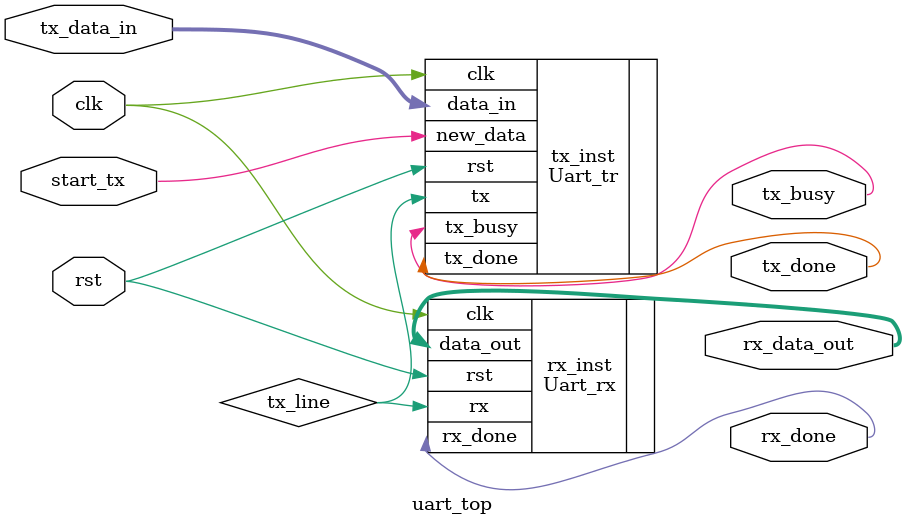
<source format=v>
module uart_top(
    input clk,
    input rst,
    input start_tx,
    input [7:0] tx_data_in,
    output tx_done,
    output tx_busy,
    output rx_done,
    output [7:0] rx_data_out
);

    wire tx_line;

    Uart_tr tx_inst (
        .clk(clk),
        .rst(rst),
        .new_data(start_tx),
        .data_in(tx_data_in),
        .tx_done(tx_done),
        .tx_busy(tx_busy),
        .tx(tx_line)
    );

    Uart_rx rx_inst (
        .clk(clk),
        .rst(rst),
        .rx(tx_line),
        .rx_done(rx_done),
        .data_out(rx_data_out)
    );

endmodule

</source>
